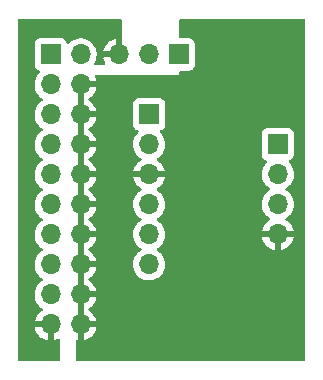
<source format=gbl>
%TF.GenerationSoftware,KiCad,Pcbnew,(6.0.9)*%
%TF.CreationDate,2023-10-26T15:22:16+09:00*%
%TF.ProjectId,JTAG_to_SWD,4a544147-5f74-46f5-9f53-57442e6b6963,rev?*%
%TF.SameCoordinates,PX1c9c380PYaba9500*%
%TF.FileFunction,Copper,L2,Bot*%
%TF.FilePolarity,Positive*%
%FSLAX46Y46*%
G04 Gerber Fmt 4.6, Leading zero omitted, Abs format (unit mm)*
G04 Created by KiCad (PCBNEW (6.0.9)) date 2023-10-26 15:22:16*
%MOMM*%
%LPD*%
G01*
G04 APERTURE LIST*
%TA.AperFunction,ComponentPad*%
%ADD10R,1.700000X1.700000*%
%TD*%
%TA.AperFunction,ComponentPad*%
%ADD11O,1.700000X1.700000*%
%TD*%
G04 APERTURE END LIST*
D10*
%TO.P,J3,1,Pin_1*%
%TO.N,VDD*%
X22525000Y18860000D03*
D11*
%TO.P,J3,2,Pin_2*%
%TO.N,SWDIO*%
X22525000Y16320000D03*
%TO.P,J3,3,Pin_3*%
%TO.N,SWCLK*%
X22525000Y13780000D03*
%TO.P,J3,4,Pin_4*%
%TO.N,GND*%
X22525000Y11240000D03*
%TD*%
D10*
%TO.P,J4,1,Pin_1*%
%TO.N,VTref*%
X14170000Y26450000D03*
D11*
%TO.P,J4,2,Pin_2*%
%TO.N,VDD*%
X11630000Y26450000D03*
%TO.P,J4,3,Pin_3*%
%TO.N,+3.3V*%
X9090000Y26450000D03*
%TD*%
D10*
%TO.P,J2,1,Pin_1*%
%TO.N,VDD*%
X11635000Y21385000D03*
D11*
%TO.P,J2,2,Pin_2*%
%TO.N,SWCLK*%
X11635000Y18845000D03*
%TO.P,J2,3,Pin_3*%
%TO.N,GND*%
X11635000Y16305000D03*
%TO.P,J2,4,Pin_4*%
%TO.N,SWDIO*%
X11635000Y13765000D03*
%TO.P,J2,5,Pin_5*%
%TO.N,NRST*%
X11635000Y11225000D03*
%TO.P,J2,6,Pin_6*%
%TO.N,SWO*%
X11635000Y8685000D03*
%TD*%
D10*
%TO.P,J1,1,Pin_1*%
%TO.N,VTref*%
X3300000Y26460000D03*
D11*
%TO.P,J1,2,Pin_2*%
%TO.N,unconnected-(J1-Pad2)*%
X5840000Y26460000D03*
%TO.P,J1,3,Pin_3*%
%TO.N,unconnected-(J1-Pad3)*%
X3300000Y23920000D03*
%TO.P,J1,4,Pin_4*%
%TO.N,GND*%
X5840000Y23920000D03*
%TO.P,J1,5,Pin_5*%
%TO.N,unconnected-(J1-Pad5)*%
X3300000Y21380000D03*
%TO.P,J1,6,Pin_6*%
%TO.N,GND*%
X5840000Y21380000D03*
%TO.P,J1,7,Pin_7*%
%TO.N,SWDIO*%
X3300000Y18840000D03*
%TO.P,J1,8,Pin_8*%
%TO.N,GND*%
X5840000Y18840000D03*
%TO.P,J1,9,Pin_9*%
%TO.N,SWCLK*%
X3300000Y16300000D03*
%TO.P,J1,10,Pin_10*%
%TO.N,GND*%
X5840000Y16300000D03*
%TO.P,J1,11,Pin_11*%
%TO.N,unconnected-(J1-Pad11)*%
X3300000Y13760000D03*
%TO.P,J1,12,Pin_12*%
%TO.N,GND*%
X5840000Y13760000D03*
%TO.P,J1,13,Pin_13*%
%TO.N,SWO*%
X3300000Y11220000D03*
%TO.P,J1,14,Pin_14*%
%TO.N,GND*%
X5840000Y11220000D03*
%TO.P,J1,15,Pin_15*%
%TO.N,NRST*%
X3300000Y8680000D03*
%TO.P,J1,16,Pin_16*%
%TO.N,GND*%
X5840000Y8680000D03*
%TO.P,J1,17,Pin_17*%
%TO.N,unconnected-(J1-Pad17)*%
X3300000Y6140000D03*
%TO.P,J1,18,Pin_18*%
%TO.N,GND*%
X5840000Y6140000D03*
%TO.P,J1,19,Pin_19*%
%TO.N,+3.3V*%
X3300000Y3600000D03*
%TO.P,J1,20,Pin_20*%
%TO.N,GND*%
X5840000Y3600000D03*
%TD*%
%TA.AperFunction,Conductor*%
%TO.N,GND*%
G36*
X24792121Y29471498D02*
G01*
X24838614Y29417842D01*
X24850000Y29365500D01*
X24850000Y634500D01*
X24829998Y566379D01*
X24776342Y519886D01*
X24724000Y508500D01*
X5526000Y508500D01*
X5457879Y528502D01*
X5411386Y582158D01*
X5400000Y634500D01*
X5400000Y2149408D01*
X5420002Y2217529D01*
X5473658Y2264022D01*
X5543932Y2274126D01*
X5551119Y2272879D01*
X5568248Y2269394D01*
X5582299Y2270590D01*
X5586000Y2280935D01*
X5586000Y2281483D01*
X6094000Y2281483D01*
X6098064Y2267641D01*
X6111478Y2265607D01*
X6118184Y2266466D01*
X6128262Y2268608D01*
X6332255Y2329809D01*
X6341842Y2333567D01*
X6533095Y2427261D01*
X6541945Y2432536D01*
X6715328Y2556208D01*
X6723200Y2562861D01*
X6874052Y2713188D01*
X6880730Y2721035D01*
X7005003Y2893980D01*
X7010313Y2902817D01*
X7104670Y3093733D01*
X7108469Y3103328D01*
X7170377Y3307090D01*
X7172555Y3317163D01*
X7173986Y3328038D01*
X7171775Y3342222D01*
X7158617Y3346000D01*
X6112115Y3346000D01*
X6096876Y3341525D01*
X6095671Y3340135D01*
X6094000Y3332452D01*
X6094000Y2281483D01*
X5586000Y2281483D01*
X5586000Y3872115D01*
X6094000Y3872115D01*
X6098475Y3856876D01*
X6099865Y3855671D01*
X6107548Y3854000D01*
X7158344Y3854000D01*
X7171875Y3857973D01*
X7173180Y3867053D01*
X7131214Y4034125D01*
X7127894Y4043876D01*
X7042972Y4239186D01*
X7038105Y4248261D01*
X6922426Y4427074D01*
X6916136Y4435243D01*
X6772806Y4592760D01*
X6765273Y4599785D01*
X6598139Y4731778D01*
X6589552Y4737483D01*
X6552116Y4758149D01*
X6502146Y4808581D01*
X6487374Y4878024D01*
X6512490Y4944429D01*
X6539842Y4971036D01*
X6715327Y5096208D01*
X6723200Y5102861D01*
X6874052Y5253188D01*
X6880730Y5261035D01*
X7005003Y5433980D01*
X7010313Y5442817D01*
X7104670Y5633733D01*
X7108469Y5643328D01*
X7170377Y5847090D01*
X7172555Y5857163D01*
X7173986Y5868038D01*
X7171775Y5882222D01*
X7158617Y5886000D01*
X6112115Y5886000D01*
X6096876Y5881525D01*
X6095671Y5880135D01*
X6094000Y5872452D01*
X6094000Y3872115D01*
X5586000Y3872115D01*
X5586000Y6412115D01*
X6094000Y6412115D01*
X6098475Y6396876D01*
X6099865Y6395671D01*
X6107548Y6394000D01*
X7158344Y6394000D01*
X7171875Y6397973D01*
X7173180Y6407053D01*
X7131214Y6574125D01*
X7127894Y6583876D01*
X7042972Y6779186D01*
X7038105Y6788261D01*
X6922426Y6967074D01*
X6916136Y6975243D01*
X6772806Y7132760D01*
X6765273Y7139785D01*
X6598139Y7271778D01*
X6589552Y7277483D01*
X6552116Y7298149D01*
X6502146Y7348581D01*
X6487374Y7418024D01*
X6512490Y7484429D01*
X6539842Y7511036D01*
X6715327Y7636208D01*
X6723200Y7642861D01*
X6874052Y7793188D01*
X6880730Y7801035D01*
X7005003Y7973980D01*
X7010313Y7982817D01*
X7104670Y8173733D01*
X7108469Y8183328D01*
X7170377Y8387090D01*
X7172555Y8397163D01*
X7173986Y8408038D01*
X7171775Y8422222D01*
X7158617Y8426000D01*
X6112115Y8426000D01*
X6096876Y8421525D01*
X6095671Y8420135D01*
X6094000Y8412452D01*
X6094000Y6412115D01*
X5586000Y6412115D01*
X5586000Y8718305D01*
X10272251Y8718305D01*
X10272548Y8713152D01*
X10272548Y8713149D01*
X10278011Y8618410D01*
X10285110Y8495285D01*
X10286247Y8490239D01*
X10286248Y8490233D01*
X10300724Y8426000D01*
X10334222Y8277361D01*
X10418266Y8070384D01*
X10534987Y7879912D01*
X10681250Y7711062D01*
X10853126Y7568368D01*
X11046000Y7455662D01*
X11254692Y7375970D01*
X11259760Y7374939D01*
X11259763Y7374938D01*
X11367017Y7353117D01*
X11473597Y7331433D01*
X11478772Y7331243D01*
X11478774Y7331243D01*
X11691673Y7323436D01*
X11691677Y7323436D01*
X11696837Y7323247D01*
X11701957Y7323903D01*
X11701959Y7323903D01*
X11913288Y7350975D01*
X11913289Y7350975D01*
X11918416Y7351632D01*
X11923366Y7353117D01*
X12127429Y7414339D01*
X12127434Y7414341D01*
X12132384Y7415826D01*
X12332994Y7514104D01*
X12514860Y7643827D01*
X12673096Y7801511D01*
X12732594Y7884311D01*
X12800435Y7978723D01*
X12803453Y7982923D01*
X12902430Y8183189D01*
X12967370Y8396931D01*
X12996529Y8618410D01*
X12998156Y8685000D01*
X12979852Y8907639D01*
X12925431Y9124298D01*
X12836354Y9329160D01*
X12796906Y9390138D01*
X12717822Y9512383D01*
X12717820Y9512386D01*
X12715014Y9516723D01*
X12564670Y9681949D01*
X12560619Y9685148D01*
X12560615Y9685152D01*
X12393414Y9817200D01*
X12393410Y9817202D01*
X12389359Y9820402D01*
X12348053Y9843204D01*
X12298084Y9893636D01*
X12283312Y9963079D01*
X12308428Y10029484D01*
X12335780Y10056091D01*
X12379603Y10087350D01*
X12514860Y10183827D01*
X12527285Y10196208D01*
X12669435Y10337863D01*
X12673096Y10341511D01*
X12732594Y10424311D01*
X12800435Y10518723D01*
X12803453Y10522923D01*
X12902430Y10723189D01*
X12967370Y10936931D01*
X12971992Y10972034D01*
X21193257Y10972034D01*
X21223565Y10837554D01*
X21226645Y10827725D01*
X21306770Y10630397D01*
X21311413Y10621206D01*
X21422694Y10439612D01*
X21428777Y10431301D01*
X21568213Y10270333D01*
X21575580Y10263117D01*
X21739434Y10127084D01*
X21747881Y10121169D01*
X21931756Y10013721D01*
X21941042Y10009271D01*
X22140001Y9933297D01*
X22149899Y9930421D01*
X22253250Y9909394D01*
X22267299Y9910590D01*
X22271000Y9920935D01*
X22271000Y9921483D01*
X22779000Y9921483D01*
X22783064Y9907641D01*
X22796478Y9905607D01*
X22803184Y9906466D01*
X22813262Y9908608D01*
X23017255Y9969809D01*
X23026842Y9973567D01*
X23218095Y10067261D01*
X23226945Y10072536D01*
X23400328Y10196208D01*
X23408200Y10202861D01*
X23559052Y10353188D01*
X23565730Y10361035D01*
X23690003Y10533980D01*
X23695313Y10542817D01*
X23789670Y10733733D01*
X23793469Y10743328D01*
X23855377Y10947090D01*
X23857555Y10957163D01*
X23858986Y10968038D01*
X23856775Y10982222D01*
X23843617Y10986000D01*
X22797115Y10986000D01*
X22781876Y10981525D01*
X22780671Y10980135D01*
X22779000Y10972452D01*
X22779000Y9921483D01*
X22271000Y9921483D01*
X22271000Y10967885D01*
X22266525Y10983124D01*
X22265135Y10984329D01*
X22257452Y10986000D01*
X21208225Y10986000D01*
X21194694Y10982027D01*
X21193257Y10972034D01*
X12971992Y10972034D01*
X12996529Y11158410D01*
X12998156Y11225000D01*
X12979852Y11447639D01*
X12925431Y11664298D01*
X12836354Y11869160D01*
X12796906Y11930138D01*
X12717822Y12052383D01*
X12717820Y12052386D01*
X12715014Y12056723D01*
X12564670Y12221949D01*
X12560619Y12225148D01*
X12560615Y12225152D01*
X12393414Y12357200D01*
X12393410Y12357202D01*
X12389359Y12360402D01*
X12348053Y12383204D01*
X12298084Y12433636D01*
X12283312Y12503079D01*
X12308428Y12569484D01*
X12335780Y12596091D01*
X12379603Y12627350D01*
X12514860Y12723827D01*
X12673096Y12881511D01*
X12686891Y12900708D01*
X12800435Y13058723D01*
X12803453Y13062923D01*
X12810867Y13077923D01*
X12900136Y13258547D01*
X12900137Y13258549D01*
X12902430Y13263189D01*
X12967370Y13476931D01*
X12996529Y13698410D01*
X12996611Y13701760D01*
X12998074Y13761635D01*
X12998074Y13761639D01*
X12998156Y13765000D01*
X12994185Y13813305D01*
X21162251Y13813305D01*
X21162548Y13808152D01*
X21162548Y13808149D01*
X21168876Y13698410D01*
X21175110Y13590285D01*
X21176247Y13585239D01*
X21176248Y13585233D01*
X21178490Y13575285D01*
X21224222Y13372361D01*
X21308266Y13165384D01*
X21424987Y12974912D01*
X21571250Y12806062D01*
X21743126Y12663368D01*
X21763140Y12651673D01*
X21816955Y12620226D01*
X21865679Y12568588D01*
X21878750Y12498805D01*
X21852019Y12433033D01*
X21811562Y12399673D01*
X21803457Y12395454D01*
X21794738Y12389964D01*
X21624433Y12262095D01*
X21616726Y12255252D01*
X21469590Y12101283D01*
X21463104Y12093273D01*
X21343098Y11917351D01*
X21338000Y11908377D01*
X21248338Y11715217D01*
X21244775Y11705530D01*
X21189389Y11505817D01*
X21190912Y11497393D01*
X21203292Y11494000D01*
X23843344Y11494000D01*
X23856875Y11497973D01*
X23858180Y11507053D01*
X23816214Y11674125D01*
X23812894Y11683876D01*
X23727972Y11879186D01*
X23723105Y11888261D01*
X23607426Y12067074D01*
X23601136Y12075243D01*
X23457806Y12232760D01*
X23450273Y12239785D01*
X23283139Y12371778D01*
X23274556Y12377480D01*
X23237602Y12397880D01*
X23187631Y12448313D01*
X23172859Y12517755D01*
X23197975Y12584161D01*
X23225327Y12610768D01*
X23282674Y12651673D01*
X23404860Y12738827D01*
X23563096Y12896511D01*
X23622594Y12979311D01*
X23690435Y13073723D01*
X23693453Y13077923D01*
X23782723Y13258547D01*
X23790136Y13273547D01*
X23790137Y13273549D01*
X23792430Y13278189D01*
X23849823Y13467090D01*
X23855865Y13486977D01*
X23855865Y13486979D01*
X23857370Y13491931D01*
X23886529Y13713410D01*
X23887790Y13765000D01*
X23888074Y13776635D01*
X23888074Y13776639D01*
X23888156Y13780000D01*
X23869852Y14002639D01*
X23815431Y14219298D01*
X23726354Y14424160D01*
X23617526Y14592383D01*
X23607822Y14607383D01*
X23607820Y14607386D01*
X23605014Y14611723D01*
X23454670Y14776949D01*
X23450619Y14780148D01*
X23450615Y14780152D01*
X23283414Y14912200D01*
X23283410Y14912202D01*
X23279359Y14915402D01*
X23238053Y14938204D01*
X23188084Y14988636D01*
X23173312Y15058079D01*
X23198428Y15124484D01*
X23225780Y15151091D01*
X23269603Y15182350D01*
X23404860Y15278827D01*
X23563096Y15436511D01*
X23622594Y15519311D01*
X23690435Y15613723D01*
X23693453Y15617923D01*
X23727201Y15686206D01*
X23790136Y15813547D01*
X23790137Y15813549D01*
X23792430Y15818189D01*
X23857370Y16031931D01*
X23886529Y16253410D01*
X23888156Y16320000D01*
X23869852Y16542639D01*
X23815431Y16759298D01*
X23726354Y16964160D01*
X23617726Y17132074D01*
X23607822Y17147383D01*
X23607820Y17147386D01*
X23605014Y17151723D01*
X23599054Y17158273D01*
X23457798Y17313512D01*
X23426746Y17377358D01*
X23435141Y17447857D01*
X23480317Y17502625D01*
X23506761Y17516294D01*
X23613297Y17556233D01*
X23621705Y17559385D01*
X23738261Y17646739D01*
X23825615Y17763295D01*
X23876745Y17899684D01*
X23883500Y17961866D01*
X23883500Y19758134D01*
X23876745Y19820316D01*
X23825615Y19956705D01*
X23738261Y20073261D01*
X23621705Y20160615D01*
X23485316Y20211745D01*
X23423134Y20218500D01*
X21626866Y20218500D01*
X21564684Y20211745D01*
X21428295Y20160615D01*
X21311739Y20073261D01*
X21224385Y19956705D01*
X21173255Y19820316D01*
X21166500Y19758134D01*
X21166500Y17961866D01*
X21173255Y17899684D01*
X21224385Y17763295D01*
X21311739Y17646739D01*
X21428295Y17559385D01*
X21436704Y17556233D01*
X21436705Y17556232D01*
X21545451Y17515465D01*
X21602216Y17472824D01*
X21626916Y17406262D01*
X21611709Y17336913D01*
X21592316Y17310432D01*
X21465629Y17177862D01*
X21462715Y17173590D01*
X21462714Y17173589D01*
X21430984Y17127074D01*
X21339743Y16993320D01*
X21245688Y16790695D01*
X21185989Y16575430D01*
X21162251Y16353305D01*
X21162548Y16348152D01*
X21162548Y16348149D01*
X21168011Y16253410D01*
X21175110Y16130285D01*
X21176247Y16125239D01*
X21176248Y16125233D01*
X21192978Y16051000D01*
X21224222Y15912361D01*
X21308266Y15705384D01*
X21424987Y15514912D01*
X21571250Y15346062D01*
X21743126Y15203368D01*
X21772559Y15186169D01*
X21816445Y15160524D01*
X21865169Y15108886D01*
X21878240Y15039103D01*
X21851509Y14973331D01*
X21811055Y14939973D01*
X21798607Y14933493D01*
X21794474Y14930390D01*
X21794471Y14930388D01*
X21624100Y14802470D01*
X21619965Y14799365D01*
X21465629Y14637862D01*
X21339743Y14453320D01*
X21245688Y14250695D01*
X21185989Y14035430D01*
X21162251Y13813305D01*
X12994185Y13813305D01*
X12979852Y13987639D01*
X12925431Y14204298D01*
X12836354Y14409160D01*
X12796906Y14470138D01*
X12717822Y14592383D01*
X12717820Y14592386D01*
X12715014Y14596723D01*
X12564670Y14761949D01*
X12560619Y14765148D01*
X12560615Y14765152D01*
X12393414Y14897200D01*
X12393410Y14897202D01*
X12389359Y14900402D01*
X12347569Y14923471D01*
X12297598Y14973903D01*
X12282826Y15043346D01*
X12307942Y15109752D01*
X12335294Y15136359D01*
X12510328Y15261208D01*
X12518200Y15267861D01*
X12669052Y15418188D01*
X12675730Y15426035D01*
X12800003Y15598980D01*
X12805313Y15607817D01*
X12899670Y15798733D01*
X12903469Y15808328D01*
X12965377Y16012090D01*
X12967555Y16022163D01*
X12968986Y16033038D01*
X12966775Y16047222D01*
X12953617Y16051000D01*
X10318225Y16051000D01*
X10304694Y16047027D01*
X10303257Y16037034D01*
X10333565Y15902554D01*
X10336645Y15892725D01*
X10416770Y15695397D01*
X10421413Y15686206D01*
X10532694Y15504612D01*
X10538777Y15496301D01*
X10678213Y15335333D01*
X10685580Y15328117D01*
X10849434Y15192084D01*
X10857881Y15186169D01*
X10926969Y15145797D01*
X10975693Y15094158D01*
X10988764Y15024375D01*
X10962033Y14958604D01*
X10921584Y14925248D01*
X10908607Y14918493D01*
X10904474Y14915390D01*
X10904471Y14915388D01*
X10734100Y14787470D01*
X10729965Y14784365D01*
X10726393Y14780627D01*
X10593535Y14641599D01*
X10575629Y14622862D01*
X10572715Y14618590D01*
X10572714Y14618589D01*
X10554838Y14592383D01*
X10449743Y14438320D01*
X10435790Y14408261D01*
X10360334Y14245703D01*
X10355688Y14235695D01*
X10295989Y14020430D01*
X10272251Y13798305D01*
X10272548Y13793152D01*
X10272548Y13793149D01*
X10278011Y13698410D01*
X10285110Y13575285D01*
X10286247Y13570239D01*
X10286248Y13570233D01*
X10300724Y13506000D01*
X10334222Y13357361D01*
X10418266Y13150384D01*
X10534987Y12959912D01*
X10681250Y12791062D01*
X10853126Y12648368D01*
X10917471Y12610768D01*
X10926445Y12605524D01*
X10975169Y12553886D01*
X10988240Y12484103D01*
X10961509Y12418331D01*
X10921055Y12384973D01*
X10908607Y12378493D01*
X10904474Y12375390D01*
X10904471Y12375388D01*
X10753579Y12262095D01*
X10729965Y12244365D01*
X10726393Y12240627D01*
X10593233Y12101283D01*
X10575629Y12082862D01*
X10572715Y12078590D01*
X10572714Y12078589D01*
X10554838Y12052383D01*
X10449743Y11898320D01*
X10435790Y11868261D01*
X10364750Y11715217D01*
X10355688Y11695695D01*
X10295989Y11480430D01*
X10272251Y11258305D01*
X10272548Y11253152D01*
X10272548Y11253149D01*
X10278011Y11158410D01*
X10285110Y11035285D01*
X10286247Y11030239D01*
X10286248Y11030233D01*
X10299270Y10972452D01*
X10334222Y10817361D01*
X10372405Y10723328D01*
X10413872Y10621206D01*
X10418266Y10610384D01*
X10534987Y10419912D01*
X10681250Y10251062D01*
X10853126Y10108368D01*
X10914445Y10072536D01*
X10926445Y10065524D01*
X10975169Y10013886D01*
X10988240Y9944103D01*
X10961509Y9878331D01*
X10921055Y9844973D01*
X10908607Y9838493D01*
X10904474Y9835390D01*
X10904471Y9835388D01*
X10734100Y9707470D01*
X10729965Y9704365D01*
X10575629Y9542862D01*
X10572715Y9538590D01*
X10572714Y9538589D01*
X10554838Y9512383D01*
X10449743Y9358320D01*
X10355688Y9155695D01*
X10295989Y8940430D01*
X10272251Y8718305D01*
X5586000Y8718305D01*
X5586000Y8952115D01*
X6094000Y8952115D01*
X6098475Y8936876D01*
X6099865Y8935671D01*
X6107548Y8934000D01*
X7158344Y8934000D01*
X7171875Y8937973D01*
X7173180Y8947053D01*
X7131214Y9114125D01*
X7127894Y9123876D01*
X7042972Y9319186D01*
X7038105Y9328261D01*
X6922426Y9507074D01*
X6916136Y9515243D01*
X6772806Y9672760D01*
X6765273Y9679785D01*
X6598139Y9811778D01*
X6589552Y9817483D01*
X6552116Y9838149D01*
X6502146Y9888581D01*
X6487374Y9958024D01*
X6512490Y10024429D01*
X6539842Y10051036D01*
X6715327Y10176208D01*
X6723200Y10182861D01*
X6874052Y10333188D01*
X6880730Y10341035D01*
X7005003Y10513980D01*
X7010313Y10522817D01*
X7104670Y10713733D01*
X7108469Y10723328D01*
X7170377Y10927090D01*
X7172555Y10937163D01*
X7173986Y10948038D01*
X7171775Y10962222D01*
X7158617Y10966000D01*
X6112115Y10966000D01*
X6096876Y10961525D01*
X6095671Y10960135D01*
X6094000Y10952452D01*
X6094000Y8952115D01*
X5586000Y8952115D01*
X5586000Y11492115D01*
X6094000Y11492115D01*
X6098475Y11476876D01*
X6099865Y11475671D01*
X6107548Y11474000D01*
X7158344Y11474000D01*
X7171875Y11477973D01*
X7173180Y11487053D01*
X7131214Y11654125D01*
X7127894Y11663876D01*
X7042972Y11859186D01*
X7038105Y11868261D01*
X6922426Y12047074D01*
X6916136Y12055243D01*
X6772806Y12212760D01*
X6765273Y12219785D01*
X6598139Y12351778D01*
X6589552Y12357483D01*
X6552116Y12378149D01*
X6502146Y12428581D01*
X6487374Y12498024D01*
X6512490Y12564429D01*
X6539842Y12591036D01*
X6715327Y12716208D01*
X6723200Y12722861D01*
X6874052Y12873188D01*
X6880730Y12881035D01*
X7005003Y13053980D01*
X7010313Y13062817D01*
X7104670Y13253733D01*
X7108469Y13263328D01*
X7170377Y13467090D01*
X7172555Y13477163D01*
X7173986Y13488038D01*
X7171775Y13502222D01*
X7158617Y13506000D01*
X6112115Y13506000D01*
X6096876Y13501525D01*
X6095671Y13500135D01*
X6094000Y13492452D01*
X6094000Y11492115D01*
X5586000Y11492115D01*
X5586000Y14032115D01*
X6094000Y14032115D01*
X6098475Y14016876D01*
X6099865Y14015671D01*
X6107548Y14014000D01*
X7158344Y14014000D01*
X7171875Y14017973D01*
X7173180Y14027053D01*
X7131214Y14194125D01*
X7127894Y14203876D01*
X7042972Y14399186D01*
X7038105Y14408261D01*
X6922426Y14587074D01*
X6916136Y14595243D01*
X6772806Y14752760D01*
X6765273Y14759785D01*
X6598139Y14891778D01*
X6589552Y14897483D01*
X6552116Y14918149D01*
X6502146Y14968581D01*
X6487374Y15038024D01*
X6512490Y15104429D01*
X6539842Y15131036D01*
X6715327Y15256208D01*
X6723200Y15262861D01*
X6874052Y15413188D01*
X6880730Y15421035D01*
X7005003Y15593980D01*
X7010313Y15602817D01*
X7104670Y15793733D01*
X7108469Y15803328D01*
X7170377Y16007090D01*
X7172555Y16017163D01*
X7173986Y16028038D01*
X7171775Y16042222D01*
X7158617Y16046000D01*
X6112115Y16046000D01*
X6096876Y16041525D01*
X6095671Y16040135D01*
X6094000Y16032452D01*
X6094000Y14032115D01*
X5586000Y14032115D01*
X5586000Y16572115D01*
X6094000Y16572115D01*
X6098475Y16556876D01*
X6099865Y16555671D01*
X6107548Y16554000D01*
X7158344Y16554000D01*
X7171875Y16557973D01*
X7173180Y16567053D01*
X7131214Y16734125D01*
X7127894Y16743876D01*
X7042972Y16939186D01*
X7038105Y16948261D01*
X6922426Y17127074D01*
X6916136Y17135243D01*
X6772806Y17292760D01*
X6765273Y17299785D01*
X6598139Y17431778D01*
X6589552Y17437483D01*
X6552116Y17458149D01*
X6502146Y17508581D01*
X6487374Y17578024D01*
X6512490Y17644429D01*
X6539842Y17671036D01*
X6715327Y17796208D01*
X6723200Y17802861D01*
X6874052Y17953188D01*
X6880730Y17961035D01*
X7005003Y18133980D01*
X7010313Y18142817D01*
X7104670Y18333733D01*
X7108469Y18343328D01*
X7170377Y18547090D01*
X7172555Y18557163D01*
X7173986Y18568038D01*
X7171775Y18582222D01*
X7158617Y18586000D01*
X6112115Y18586000D01*
X6096876Y18581525D01*
X6095671Y18580135D01*
X6094000Y18572452D01*
X6094000Y16572115D01*
X5586000Y16572115D01*
X5586000Y18878305D01*
X10272251Y18878305D01*
X10272548Y18873152D01*
X10272548Y18873149D01*
X10278011Y18778410D01*
X10285110Y18655285D01*
X10286247Y18650239D01*
X10286248Y18650233D01*
X10300724Y18586000D01*
X10334222Y18437361D01*
X10418266Y18230384D01*
X10534987Y18039912D01*
X10681250Y17871062D01*
X10853126Y17728368D01*
X10926955Y17685226D01*
X10975679Y17633588D01*
X10988750Y17563805D01*
X10962019Y17498033D01*
X10921562Y17464673D01*
X10913457Y17460454D01*
X10904738Y17454964D01*
X10734433Y17327095D01*
X10726726Y17320252D01*
X10579590Y17166283D01*
X10573104Y17158273D01*
X10453098Y16982351D01*
X10448000Y16973377D01*
X10358338Y16780217D01*
X10354775Y16770530D01*
X10299389Y16570817D01*
X10300912Y16562393D01*
X10313292Y16559000D01*
X12953344Y16559000D01*
X12966875Y16562973D01*
X12968180Y16572053D01*
X12926214Y16739125D01*
X12922894Y16748876D01*
X12837972Y16944186D01*
X12833105Y16953261D01*
X12717426Y17132074D01*
X12711136Y17140243D01*
X12567806Y17297760D01*
X12560273Y17304785D01*
X12393139Y17436778D01*
X12384556Y17442480D01*
X12347602Y17462880D01*
X12297631Y17513313D01*
X12282859Y17582755D01*
X12307975Y17649161D01*
X12335327Y17675768D01*
X12358797Y17692509D01*
X12514860Y17803827D01*
X12673096Y17961511D01*
X12732594Y18044311D01*
X12800435Y18138723D01*
X12803453Y18142923D01*
X12902430Y18343189D01*
X12967370Y18556931D01*
X12996529Y18778410D01*
X12998156Y18845000D01*
X12979852Y19067639D01*
X12925431Y19284298D01*
X12836354Y19489160D01*
X12796906Y19550138D01*
X12717822Y19672383D01*
X12717820Y19672386D01*
X12715014Y19676723D01*
X12711532Y19680550D01*
X12567798Y19838512D01*
X12536746Y19902358D01*
X12545141Y19972857D01*
X12590317Y20027625D01*
X12616761Y20041294D01*
X12723297Y20081233D01*
X12731705Y20084385D01*
X12848261Y20171739D01*
X12935615Y20288295D01*
X12986745Y20424684D01*
X12993500Y20486866D01*
X12993500Y22283134D01*
X12986745Y22345316D01*
X12935615Y22481705D01*
X12848261Y22598261D01*
X12731705Y22685615D01*
X12595316Y22736745D01*
X12533134Y22743500D01*
X10736866Y22743500D01*
X10674684Y22736745D01*
X10538295Y22685615D01*
X10421739Y22598261D01*
X10334385Y22481705D01*
X10283255Y22345316D01*
X10276500Y22283134D01*
X10276500Y20486866D01*
X10283255Y20424684D01*
X10334385Y20288295D01*
X10421739Y20171739D01*
X10538295Y20084385D01*
X10546704Y20081233D01*
X10546705Y20081232D01*
X10655451Y20040465D01*
X10712216Y19997824D01*
X10736916Y19931262D01*
X10721709Y19861913D01*
X10702316Y19835432D01*
X10575629Y19702862D01*
X10572715Y19698590D01*
X10572714Y19698589D01*
X10554838Y19672383D01*
X10449743Y19518320D01*
X10355688Y19315695D01*
X10295989Y19100430D01*
X10272251Y18878305D01*
X5586000Y18878305D01*
X5586000Y19112115D01*
X6094000Y19112115D01*
X6098475Y19096876D01*
X6099865Y19095671D01*
X6107548Y19094000D01*
X7158344Y19094000D01*
X7171875Y19097973D01*
X7173180Y19107053D01*
X7131214Y19274125D01*
X7127894Y19283876D01*
X7042972Y19479186D01*
X7038105Y19488261D01*
X6922426Y19667074D01*
X6916136Y19675243D01*
X6772806Y19832760D01*
X6765273Y19839785D01*
X6598139Y19971778D01*
X6589552Y19977483D01*
X6552116Y19998149D01*
X6502146Y20048581D01*
X6487374Y20118024D01*
X6512490Y20184429D01*
X6539842Y20211036D01*
X6715327Y20336208D01*
X6723200Y20342861D01*
X6874052Y20493188D01*
X6880730Y20501035D01*
X7005003Y20673980D01*
X7010313Y20682817D01*
X7104670Y20873733D01*
X7108469Y20883328D01*
X7170377Y21087090D01*
X7172555Y21097163D01*
X7173986Y21108038D01*
X7171775Y21122222D01*
X7158617Y21126000D01*
X6112115Y21126000D01*
X6096876Y21121525D01*
X6095671Y21120135D01*
X6094000Y21112452D01*
X6094000Y19112115D01*
X5586000Y19112115D01*
X5586000Y21652115D01*
X6094000Y21652115D01*
X6098475Y21636876D01*
X6099865Y21635671D01*
X6107548Y21634000D01*
X7158344Y21634000D01*
X7171875Y21637973D01*
X7173180Y21647053D01*
X7131214Y21814125D01*
X7127894Y21823876D01*
X7042972Y22019186D01*
X7038105Y22028261D01*
X6922426Y22207074D01*
X6916136Y22215243D01*
X6772806Y22372760D01*
X6765273Y22379785D01*
X6598139Y22511778D01*
X6589552Y22517483D01*
X6552116Y22538149D01*
X6502146Y22588581D01*
X6487374Y22658024D01*
X6512490Y22724429D01*
X6539842Y22751036D01*
X6715327Y22876208D01*
X6723200Y22882861D01*
X6874052Y23033188D01*
X6880730Y23041035D01*
X7005003Y23213980D01*
X7010313Y23222817D01*
X7104670Y23413733D01*
X7108469Y23423328D01*
X7170377Y23627090D01*
X7172555Y23637163D01*
X7173986Y23648038D01*
X7171775Y23662222D01*
X7158617Y23666000D01*
X6112115Y23666000D01*
X6096876Y23661525D01*
X6095671Y23660135D01*
X6094000Y23652452D01*
X6094000Y21652115D01*
X5586000Y21652115D01*
X5586000Y24048000D01*
X5606002Y24116121D01*
X5659658Y24162614D01*
X5712000Y24174000D01*
X7158344Y24174000D01*
X7171875Y24177973D01*
X7173180Y24187053D01*
X7131214Y24354125D01*
X7127894Y24363876D01*
X7045332Y24553758D01*
X7036512Y24624205D01*
X7067179Y24688236D01*
X7127596Y24725524D01*
X7160882Y24730000D01*
X14200000Y24730000D01*
X14200000Y24965500D01*
X14220002Y25033621D01*
X14273658Y25080114D01*
X14326000Y25091500D01*
X15068134Y25091500D01*
X15130316Y25098255D01*
X15266705Y25149385D01*
X15383261Y25236739D01*
X15470615Y25353295D01*
X15521745Y25489684D01*
X15528500Y25551866D01*
X15528500Y27348134D01*
X15521745Y27410316D01*
X15470615Y27546705D01*
X15383261Y27663261D01*
X15266705Y27750615D01*
X15130316Y27801745D01*
X15068134Y27808500D01*
X14326000Y27808500D01*
X14257879Y27828502D01*
X14211386Y27882158D01*
X14200000Y27934500D01*
X14200000Y29365500D01*
X14220002Y29433621D01*
X14273658Y29480114D01*
X14326000Y29491500D01*
X24724000Y29491500D01*
X24792121Y29471498D01*
G37*
%TD.AperFunction*%
%TD*%
%TA.AperFunction,Conductor*%
%TO.N,+3.3V*%
G36*
X9247121Y29471498D02*
G01*
X9293614Y29417842D01*
X9305000Y29365500D01*
X9305000Y26237417D01*
X9270342Y26207386D01*
X9218000Y26196000D01*
X7773225Y26196000D01*
X7759694Y26192027D01*
X7758257Y26182034D01*
X7788565Y26047554D01*
X7791645Y26037725D01*
X7871770Y25840397D01*
X7876416Y25831200D01*
X7925051Y25751834D01*
X7943589Y25683301D01*
X7922132Y25615624D01*
X7867493Y25570291D01*
X7817618Y25560000D01*
X7111739Y25560000D01*
X7043618Y25580002D01*
X6997125Y25633658D01*
X6987021Y25703932D01*
X7003735Y25750893D01*
X7005438Y25753727D01*
X7008453Y25757923D01*
X7107430Y25958189D01*
X7172370Y26171931D01*
X7201529Y26393410D01*
X7203156Y26460000D01*
X7184852Y26682639D01*
X7176518Y26715817D01*
X7754389Y26715817D01*
X7755912Y26707393D01*
X7768292Y26704000D01*
X8817885Y26704000D01*
X8833124Y26708475D01*
X8834329Y26709865D01*
X8836000Y26717548D01*
X8836000Y27766898D01*
X8832082Y27780242D01*
X8817806Y27782229D01*
X8779324Y27776340D01*
X8769288Y27773949D01*
X8566868Y27707788D01*
X8557359Y27703791D01*
X8368463Y27605458D01*
X8359738Y27599964D01*
X8189433Y27472095D01*
X8181726Y27465252D01*
X8034590Y27311283D01*
X8028104Y27303273D01*
X7908098Y27127351D01*
X7903000Y27118377D01*
X7813338Y26925217D01*
X7809775Y26915530D01*
X7754389Y26715817D01*
X7176518Y26715817D01*
X7130431Y26899298D01*
X7041354Y27104160D01*
X6920014Y27291723D01*
X6769670Y27456949D01*
X6765619Y27460148D01*
X6765615Y27460152D01*
X6598414Y27592200D01*
X6598410Y27592202D01*
X6594359Y27595402D01*
X6398789Y27703362D01*
X6393920Y27705086D01*
X6393916Y27705088D01*
X6193087Y27776205D01*
X6193083Y27776206D01*
X6188212Y27777931D01*
X6183119Y27778838D01*
X6183116Y27778839D01*
X5973373Y27816200D01*
X5973367Y27816201D01*
X5968284Y27817106D01*
X5894452Y27818008D01*
X5750081Y27819772D01*
X5750079Y27819772D01*
X5744911Y27819835D01*
X5524091Y27786045D01*
X5311756Y27716643D01*
X5113607Y27613493D01*
X5109474Y27610390D01*
X5109471Y27610388D01*
X4939100Y27482470D01*
X4934965Y27479365D01*
X4878537Y27420316D01*
X4854283Y27394936D01*
X4792759Y27359506D01*
X4721846Y27362963D01*
X4664060Y27404209D01*
X4645207Y27437757D01*
X4603767Y27548297D01*
X4600615Y27556705D01*
X4513261Y27673261D01*
X4396705Y27760615D01*
X4260316Y27811745D01*
X4198134Y27818500D01*
X2401866Y27818500D01*
X2339684Y27811745D01*
X2203295Y27760615D01*
X2086739Y27673261D01*
X1999385Y27556705D01*
X1948255Y27420316D01*
X1941500Y27358134D01*
X1941500Y25561866D01*
X1948255Y25499684D01*
X1999385Y25363295D01*
X2086739Y25246739D01*
X2203295Y25159385D01*
X2211704Y25156233D01*
X2211705Y25156232D01*
X2320451Y25115465D01*
X2377216Y25072824D01*
X2401916Y25006262D01*
X2386709Y24936913D01*
X2367316Y24910432D01*
X2240629Y24777862D01*
X2114743Y24593320D01*
X2020688Y24390695D01*
X1960989Y24175430D01*
X1937251Y23953305D01*
X1950110Y23730285D01*
X1951247Y23725239D01*
X1951248Y23725233D01*
X1972275Y23631931D01*
X1999222Y23512361D01*
X2083266Y23305384D01*
X2199987Y23114912D01*
X2346250Y22946062D01*
X2518126Y22803368D01*
X2588595Y22762189D01*
X2591445Y22760524D01*
X2640169Y22708886D01*
X2653240Y22639103D01*
X2626509Y22573331D01*
X2586055Y22539973D01*
X2573607Y22533493D01*
X2569474Y22530390D01*
X2569471Y22530388D01*
X2399100Y22402470D01*
X2394965Y22399365D01*
X2240629Y22237862D01*
X2114743Y22053320D01*
X2020688Y21850695D01*
X1960989Y21635430D01*
X1937251Y21413305D01*
X1950110Y21190285D01*
X1951247Y21185239D01*
X1951248Y21185233D01*
X1972275Y21091931D01*
X1999222Y20972361D01*
X2083266Y20765384D01*
X2199987Y20574912D01*
X2346250Y20406062D01*
X2518126Y20263368D01*
X2588595Y20222189D01*
X2591445Y20220524D01*
X2640169Y20168886D01*
X2653240Y20099103D01*
X2626509Y20033331D01*
X2586055Y19999973D01*
X2573607Y19993493D01*
X2569474Y19990390D01*
X2569471Y19990388D01*
X2399100Y19862470D01*
X2394965Y19859365D01*
X2240629Y19697862D01*
X2114743Y19513320D01*
X2020688Y19310695D01*
X1960989Y19095430D01*
X1937251Y18873305D01*
X1950110Y18650285D01*
X1951247Y18645239D01*
X1951248Y18645233D01*
X1972275Y18551931D01*
X1999222Y18432361D01*
X2083266Y18225384D01*
X2199987Y18034912D01*
X2346250Y17866062D01*
X2518126Y17723368D01*
X2588595Y17682189D01*
X2591445Y17680524D01*
X2640169Y17628886D01*
X2653240Y17559103D01*
X2626509Y17493331D01*
X2586055Y17459973D01*
X2573607Y17453493D01*
X2569474Y17450390D01*
X2569471Y17450388D01*
X2399100Y17322470D01*
X2394965Y17319365D01*
X2240629Y17157862D01*
X2114743Y16973320D01*
X2020688Y16770695D01*
X1960989Y16555430D01*
X1937251Y16333305D01*
X1950110Y16110285D01*
X1951247Y16105239D01*
X1951248Y16105233D01*
X1972275Y16011931D01*
X1999222Y15892361D01*
X2083266Y15685384D01*
X2199987Y15494912D01*
X2346250Y15326062D01*
X2518126Y15183368D01*
X2588595Y15142189D01*
X2591445Y15140524D01*
X2640169Y15088886D01*
X2653240Y15019103D01*
X2626509Y14953331D01*
X2586055Y14919973D01*
X2573607Y14913493D01*
X2569474Y14910390D01*
X2569471Y14910388D01*
X2399100Y14782470D01*
X2394965Y14779365D01*
X2240629Y14617862D01*
X2114743Y14433320D01*
X2020688Y14230695D01*
X1960989Y14015430D01*
X1937251Y13793305D01*
X1950110Y13570285D01*
X1951247Y13565239D01*
X1951248Y13565233D01*
X1972275Y13471931D01*
X1999222Y13352361D01*
X2083266Y13145384D01*
X2199987Y12954912D01*
X2346250Y12786062D01*
X2518126Y12643368D01*
X2588595Y12602189D01*
X2591445Y12600524D01*
X2640169Y12548886D01*
X2653240Y12479103D01*
X2626509Y12413331D01*
X2586055Y12379973D01*
X2573607Y12373493D01*
X2569474Y12370390D01*
X2569471Y12370388D01*
X2399100Y12242470D01*
X2394965Y12239365D01*
X2240629Y12077862D01*
X2114743Y11893320D01*
X2020688Y11690695D01*
X1960989Y11475430D01*
X1937251Y11253305D01*
X1950110Y11030285D01*
X1951247Y11025239D01*
X1951248Y11025233D01*
X1972275Y10931931D01*
X1999222Y10812361D01*
X2083266Y10605384D01*
X2199987Y10414912D01*
X2346250Y10246062D01*
X2518126Y10103368D01*
X2588595Y10062189D01*
X2591445Y10060524D01*
X2640169Y10008886D01*
X2653240Y9939103D01*
X2626509Y9873331D01*
X2586055Y9839973D01*
X2573607Y9833493D01*
X2569474Y9830390D01*
X2569471Y9830388D01*
X2399100Y9702470D01*
X2394965Y9699365D01*
X2240629Y9537862D01*
X2114743Y9353320D01*
X2020688Y9150695D01*
X1960989Y8935430D01*
X1937251Y8713305D01*
X1950110Y8490285D01*
X1951247Y8485239D01*
X1951248Y8485233D01*
X1972275Y8391931D01*
X1999222Y8272361D01*
X2083266Y8065384D01*
X2199987Y7874912D01*
X2346250Y7706062D01*
X2518126Y7563368D01*
X2588595Y7522189D01*
X2591445Y7520524D01*
X2640169Y7468886D01*
X2653240Y7399103D01*
X2626509Y7333331D01*
X2586055Y7299973D01*
X2573607Y7293493D01*
X2569474Y7290390D01*
X2569471Y7290388D01*
X2399100Y7162470D01*
X2394965Y7159365D01*
X2240629Y6997862D01*
X2114743Y6813320D01*
X2020688Y6610695D01*
X1960989Y6395430D01*
X1937251Y6173305D01*
X1950110Y5950285D01*
X1951247Y5945239D01*
X1951248Y5945233D01*
X1972275Y5851931D01*
X1999222Y5732361D01*
X2083266Y5525384D01*
X2199987Y5334912D01*
X2346250Y5166062D01*
X2518126Y5023368D01*
X2591955Y4980226D01*
X2640679Y4928588D01*
X2653750Y4858805D01*
X2627019Y4793033D01*
X2586562Y4759673D01*
X2578457Y4755454D01*
X2569738Y4749964D01*
X2399433Y4622095D01*
X2391726Y4615252D01*
X2244590Y4461283D01*
X2238104Y4453273D01*
X2118098Y4277351D01*
X2113000Y4268377D01*
X2023338Y4075217D01*
X2019775Y4065530D01*
X1964389Y3865817D01*
X1965912Y3857393D01*
X1978292Y3854000D01*
X3428000Y3854000D01*
X3496121Y3833998D01*
X3542614Y3780342D01*
X3554000Y3728000D01*
X3554000Y2281483D01*
X3558064Y2267641D01*
X3571478Y2265607D01*
X3578184Y2266466D01*
X3588262Y2268608D01*
X3792255Y2329809D01*
X3801842Y2333567D01*
X3918567Y2390750D01*
X3988541Y2402757D01*
X4053899Y2375027D01*
X4093888Y2316364D01*
X4100000Y2277599D01*
X4100000Y634500D01*
X4079998Y566379D01*
X4026342Y519886D01*
X3974000Y508500D01*
X634500Y508500D01*
X566379Y528502D01*
X519886Y582158D01*
X508500Y634500D01*
X508500Y3332034D01*
X1968257Y3332034D01*
X1998565Y3197554D01*
X2001645Y3187725D01*
X2081770Y2990397D01*
X2086413Y2981206D01*
X2197694Y2799612D01*
X2203777Y2791301D01*
X2343213Y2630333D01*
X2350580Y2623117D01*
X2514434Y2487084D01*
X2522881Y2481169D01*
X2706756Y2373721D01*
X2716042Y2369271D01*
X2915001Y2293297D01*
X2924899Y2290421D01*
X3028250Y2269394D01*
X3042299Y2270590D01*
X3046000Y2280935D01*
X3046000Y3327885D01*
X3041525Y3343124D01*
X3040135Y3344329D01*
X3032452Y3346000D01*
X1983225Y3346000D01*
X1969694Y3342027D01*
X1968257Y3332034D01*
X508500Y3332034D01*
X508500Y29365500D01*
X528502Y29433621D01*
X582158Y29480114D01*
X634500Y29491500D01*
X9179000Y29491500D01*
X9247121Y29471498D01*
G37*
%TD.AperFunction*%
%TD*%
M02*

</source>
